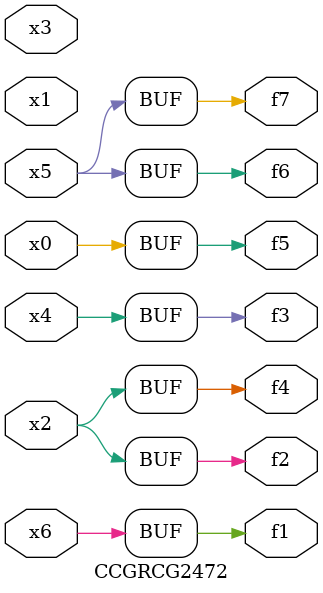
<source format=v>
module CCGRCG2472(
	input x0, x1, x2, x3, x4, x5, x6,
	output f1, f2, f3, f4, f5, f6, f7
);
	assign f1 = x6;
	assign f2 = x2;
	assign f3 = x4;
	assign f4 = x2;
	assign f5 = x0;
	assign f6 = x5;
	assign f7 = x5;
endmodule

</source>
